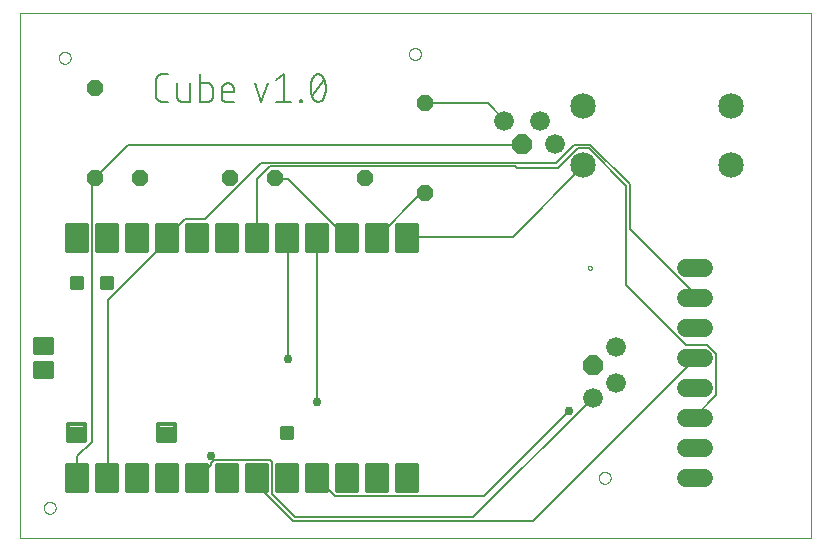
<source format=gtl>
G75*
%MOIN*%
%OFA0B0*%
%FSLAX25Y25*%
%IPPOS*%
%LPD*%
%AMOC8*
5,1,8,0,0,1.08239X$1,22.5*
%
%ADD10C,0.00000*%
%ADD11C,0.00800*%
%ADD12C,0.06600*%
%ADD13OC8,0.06600*%
%ADD14C,0.06000*%
%ADD15OC8,0.05200*%
%ADD16C,0.08500*%
%ADD17C,0.01600*%
%ADD18C,0.00900*%
%ADD19C,0.01400*%
%ADD20C,0.01200*%
%ADD21C,0.00600*%
%ADD22C,0.02978*%
D10*
X0007100Y0001000D02*
X0007100Y0175961D01*
X0270801Y0175961D01*
X0270801Y0001000D01*
X0007100Y0001000D01*
X0015131Y0011000D02*
X0015133Y0011088D01*
X0015139Y0011176D01*
X0015149Y0011264D01*
X0015163Y0011352D01*
X0015180Y0011438D01*
X0015202Y0011524D01*
X0015227Y0011608D01*
X0015257Y0011692D01*
X0015289Y0011774D01*
X0015326Y0011854D01*
X0015366Y0011933D01*
X0015410Y0012010D01*
X0015457Y0012085D01*
X0015507Y0012157D01*
X0015561Y0012228D01*
X0015617Y0012295D01*
X0015677Y0012361D01*
X0015739Y0012423D01*
X0015805Y0012483D01*
X0015872Y0012539D01*
X0015943Y0012593D01*
X0016015Y0012643D01*
X0016090Y0012690D01*
X0016167Y0012734D01*
X0016246Y0012774D01*
X0016326Y0012811D01*
X0016408Y0012843D01*
X0016492Y0012873D01*
X0016576Y0012898D01*
X0016662Y0012920D01*
X0016748Y0012937D01*
X0016836Y0012951D01*
X0016924Y0012961D01*
X0017012Y0012967D01*
X0017100Y0012969D01*
X0017188Y0012967D01*
X0017276Y0012961D01*
X0017364Y0012951D01*
X0017452Y0012937D01*
X0017538Y0012920D01*
X0017624Y0012898D01*
X0017708Y0012873D01*
X0017792Y0012843D01*
X0017874Y0012811D01*
X0017954Y0012774D01*
X0018033Y0012734D01*
X0018110Y0012690D01*
X0018185Y0012643D01*
X0018257Y0012593D01*
X0018328Y0012539D01*
X0018395Y0012483D01*
X0018461Y0012423D01*
X0018523Y0012361D01*
X0018583Y0012295D01*
X0018639Y0012228D01*
X0018693Y0012157D01*
X0018743Y0012085D01*
X0018790Y0012010D01*
X0018834Y0011933D01*
X0018874Y0011854D01*
X0018911Y0011774D01*
X0018943Y0011692D01*
X0018973Y0011608D01*
X0018998Y0011524D01*
X0019020Y0011438D01*
X0019037Y0011352D01*
X0019051Y0011264D01*
X0019061Y0011176D01*
X0019067Y0011088D01*
X0019069Y0011000D01*
X0019067Y0010912D01*
X0019061Y0010824D01*
X0019051Y0010736D01*
X0019037Y0010648D01*
X0019020Y0010562D01*
X0018998Y0010476D01*
X0018973Y0010392D01*
X0018943Y0010308D01*
X0018911Y0010226D01*
X0018874Y0010146D01*
X0018834Y0010067D01*
X0018790Y0009990D01*
X0018743Y0009915D01*
X0018693Y0009843D01*
X0018639Y0009772D01*
X0018583Y0009705D01*
X0018523Y0009639D01*
X0018461Y0009577D01*
X0018395Y0009517D01*
X0018328Y0009461D01*
X0018257Y0009407D01*
X0018185Y0009357D01*
X0018110Y0009310D01*
X0018033Y0009266D01*
X0017954Y0009226D01*
X0017874Y0009189D01*
X0017792Y0009157D01*
X0017708Y0009127D01*
X0017624Y0009102D01*
X0017538Y0009080D01*
X0017452Y0009063D01*
X0017364Y0009049D01*
X0017276Y0009039D01*
X0017188Y0009033D01*
X0017100Y0009031D01*
X0017012Y0009033D01*
X0016924Y0009039D01*
X0016836Y0009049D01*
X0016748Y0009063D01*
X0016662Y0009080D01*
X0016576Y0009102D01*
X0016492Y0009127D01*
X0016408Y0009157D01*
X0016326Y0009189D01*
X0016246Y0009226D01*
X0016167Y0009266D01*
X0016090Y0009310D01*
X0016015Y0009357D01*
X0015943Y0009407D01*
X0015872Y0009461D01*
X0015805Y0009517D01*
X0015739Y0009577D01*
X0015677Y0009639D01*
X0015617Y0009705D01*
X0015561Y0009772D01*
X0015507Y0009843D01*
X0015457Y0009915D01*
X0015410Y0009990D01*
X0015366Y0010067D01*
X0015326Y0010146D01*
X0015289Y0010226D01*
X0015257Y0010308D01*
X0015227Y0010392D01*
X0015202Y0010476D01*
X0015180Y0010562D01*
X0015163Y0010648D01*
X0015149Y0010736D01*
X0015139Y0010824D01*
X0015133Y0010912D01*
X0015131Y0011000D01*
X0196411Y0091000D02*
X0196413Y0091052D01*
X0196419Y0091104D01*
X0196429Y0091155D01*
X0196442Y0091205D01*
X0196460Y0091255D01*
X0196481Y0091302D01*
X0196505Y0091348D01*
X0196534Y0091392D01*
X0196565Y0091434D01*
X0196599Y0091473D01*
X0196636Y0091510D01*
X0196676Y0091543D01*
X0196719Y0091574D01*
X0196763Y0091601D01*
X0196809Y0091625D01*
X0196858Y0091645D01*
X0196907Y0091661D01*
X0196958Y0091674D01*
X0197009Y0091683D01*
X0197061Y0091688D01*
X0197113Y0091689D01*
X0197165Y0091686D01*
X0197217Y0091679D01*
X0197268Y0091668D01*
X0197318Y0091654D01*
X0197367Y0091635D01*
X0197414Y0091613D01*
X0197459Y0091588D01*
X0197503Y0091559D01*
X0197544Y0091527D01*
X0197583Y0091492D01*
X0197618Y0091454D01*
X0197651Y0091413D01*
X0197681Y0091371D01*
X0197707Y0091326D01*
X0197730Y0091279D01*
X0197749Y0091230D01*
X0197765Y0091180D01*
X0197777Y0091130D01*
X0197785Y0091078D01*
X0197789Y0091026D01*
X0197789Y0090974D01*
X0197785Y0090922D01*
X0197777Y0090870D01*
X0197765Y0090820D01*
X0197749Y0090770D01*
X0197730Y0090721D01*
X0197707Y0090674D01*
X0197681Y0090629D01*
X0197651Y0090587D01*
X0197618Y0090546D01*
X0197583Y0090508D01*
X0197544Y0090473D01*
X0197503Y0090441D01*
X0197459Y0090412D01*
X0197414Y0090387D01*
X0197367Y0090365D01*
X0197318Y0090346D01*
X0197268Y0090332D01*
X0197217Y0090321D01*
X0197165Y0090314D01*
X0197113Y0090311D01*
X0197061Y0090312D01*
X0197009Y0090317D01*
X0196958Y0090326D01*
X0196907Y0090339D01*
X0196858Y0090355D01*
X0196809Y0090375D01*
X0196763Y0090399D01*
X0196719Y0090426D01*
X0196676Y0090457D01*
X0196636Y0090490D01*
X0196599Y0090527D01*
X0196565Y0090566D01*
X0196534Y0090608D01*
X0196505Y0090652D01*
X0196481Y0090698D01*
X0196460Y0090745D01*
X0196442Y0090795D01*
X0196429Y0090845D01*
X0196419Y0090896D01*
X0196413Y0090948D01*
X0196411Y0091000D01*
X0200131Y0021000D02*
X0200133Y0021088D01*
X0200139Y0021176D01*
X0200149Y0021264D01*
X0200163Y0021352D01*
X0200180Y0021438D01*
X0200202Y0021524D01*
X0200227Y0021608D01*
X0200257Y0021692D01*
X0200289Y0021774D01*
X0200326Y0021854D01*
X0200366Y0021933D01*
X0200410Y0022010D01*
X0200457Y0022085D01*
X0200507Y0022157D01*
X0200561Y0022228D01*
X0200617Y0022295D01*
X0200677Y0022361D01*
X0200739Y0022423D01*
X0200805Y0022483D01*
X0200872Y0022539D01*
X0200943Y0022593D01*
X0201015Y0022643D01*
X0201090Y0022690D01*
X0201167Y0022734D01*
X0201246Y0022774D01*
X0201326Y0022811D01*
X0201408Y0022843D01*
X0201492Y0022873D01*
X0201576Y0022898D01*
X0201662Y0022920D01*
X0201748Y0022937D01*
X0201836Y0022951D01*
X0201924Y0022961D01*
X0202012Y0022967D01*
X0202100Y0022969D01*
X0202188Y0022967D01*
X0202276Y0022961D01*
X0202364Y0022951D01*
X0202452Y0022937D01*
X0202538Y0022920D01*
X0202624Y0022898D01*
X0202708Y0022873D01*
X0202792Y0022843D01*
X0202874Y0022811D01*
X0202954Y0022774D01*
X0203033Y0022734D01*
X0203110Y0022690D01*
X0203185Y0022643D01*
X0203257Y0022593D01*
X0203328Y0022539D01*
X0203395Y0022483D01*
X0203461Y0022423D01*
X0203523Y0022361D01*
X0203583Y0022295D01*
X0203639Y0022228D01*
X0203693Y0022157D01*
X0203743Y0022085D01*
X0203790Y0022010D01*
X0203834Y0021933D01*
X0203874Y0021854D01*
X0203911Y0021774D01*
X0203943Y0021692D01*
X0203973Y0021608D01*
X0203998Y0021524D01*
X0204020Y0021438D01*
X0204037Y0021352D01*
X0204051Y0021264D01*
X0204061Y0021176D01*
X0204067Y0021088D01*
X0204069Y0021000D01*
X0204067Y0020912D01*
X0204061Y0020824D01*
X0204051Y0020736D01*
X0204037Y0020648D01*
X0204020Y0020562D01*
X0203998Y0020476D01*
X0203973Y0020392D01*
X0203943Y0020308D01*
X0203911Y0020226D01*
X0203874Y0020146D01*
X0203834Y0020067D01*
X0203790Y0019990D01*
X0203743Y0019915D01*
X0203693Y0019843D01*
X0203639Y0019772D01*
X0203583Y0019705D01*
X0203523Y0019639D01*
X0203461Y0019577D01*
X0203395Y0019517D01*
X0203328Y0019461D01*
X0203257Y0019407D01*
X0203185Y0019357D01*
X0203110Y0019310D01*
X0203033Y0019266D01*
X0202954Y0019226D01*
X0202874Y0019189D01*
X0202792Y0019157D01*
X0202708Y0019127D01*
X0202624Y0019102D01*
X0202538Y0019080D01*
X0202452Y0019063D01*
X0202364Y0019049D01*
X0202276Y0019039D01*
X0202188Y0019033D01*
X0202100Y0019031D01*
X0202012Y0019033D01*
X0201924Y0019039D01*
X0201836Y0019049D01*
X0201748Y0019063D01*
X0201662Y0019080D01*
X0201576Y0019102D01*
X0201492Y0019127D01*
X0201408Y0019157D01*
X0201326Y0019189D01*
X0201246Y0019226D01*
X0201167Y0019266D01*
X0201090Y0019310D01*
X0201015Y0019357D01*
X0200943Y0019407D01*
X0200872Y0019461D01*
X0200805Y0019517D01*
X0200739Y0019577D01*
X0200677Y0019639D01*
X0200617Y0019705D01*
X0200561Y0019772D01*
X0200507Y0019843D01*
X0200457Y0019915D01*
X0200410Y0019990D01*
X0200366Y0020067D01*
X0200326Y0020146D01*
X0200289Y0020226D01*
X0200257Y0020308D01*
X0200227Y0020392D01*
X0200202Y0020476D01*
X0200180Y0020562D01*
X0200163Y0020648D01*
X0200149Y0020736D01*
X0200139Y0020824D01*
X0200133Y0020912D01*
X0200131Y0021000D01*
X0020131Y0161000D02*
X0020133Y0161088D01*
X0020139Y0161176D01*
X0020149Y0161264D01*
X0020163Y0161352D01*
X0020180Y0161438D01*
X0020202Y0161524D01*
X0020227Y0161608D01*
X0020257Y0161692D01*
X0020289Y0161774D01*
X0020326Y0161854D01*
X0020366Y0161933D01*
X0020410Y0162010D01*
X0020457Y0162085D01*
X0020507Y0162157D01*
X0020561Y0162228D01*
X0020617Y0162295D01*
X0020677Y0162361D01*
X0020739Y0162423D01*
X0020805Y0162483D01*
X0020872Y0162539D01*
X0020943Y0162593D01*
X0021015Y0162643D01*
X0021090Y0162690D01*
X0021167Y0162734D01*
X0021246Y0162774D01*
X0021326Y0162811D01*
X0021408Y0162843D01*
X0021492Y0162873D01*
X0021576Y0162898D01*
X0021662Y0162920D01*
X0021748Y0162937D01*
X0021836Y0162951D01*
X0021924Y0162961D01*
X0022012Y0162967D01*
X0022100Y0162969D01*
X0022188Y0162967D01*
X0022276Y0162961D01*
X0022364Y0162951D01*
X0022452Y0162937D01*
X0022538Y0162920D01*
X0022624Y0162898D01*
X0022708Y0162873D01*
X0022792Y0162843D01*
X0022874Y0162811D01*
X0022954Y0162774D01*
X0023033Y0162734D01*
X0023110Y0162690D01*
X0023185Y0162643D01*
X0023257Y0162593D01*
X0023328Y0162539D01*
X0023395Y0162483D01*
X0023461Y0162423D01*
X0023523Y0162361D01*
X0023583Y0162295D01*
X0023639Y0162228D01*
X0023693Y0162157D01*
X0023743Y0162085D01*
X0023790Y0162010D01*
X0023834Y0161933D01*
X0023874Y0161854D01*
X0023911Y0161774D01*
X0023943Y0161692D01*
X0023973Y0161608D01*
X0023998Y0161524D01*
X0024020Y0161438D01*
X0024037Y0161352D01*
X0024051Y0161264D01*
X0024061Y0161176D01*
X0024067Y0161088D01*
X0024069Y0161000D01*
X0024067Y0160912D01*
X0024061Y0160824D01*
X0024051Y0160736D01*
X0024037Y0160648D01*
X0024020Y0160562D01*
X0023998Y0160476D01*
X0023973Y0160392D01*
X0023943Y0160308D01*
X0023911Y0160226D01*
X0023874Y0160146D01*
X0023834Y0160067D01*
X0023790Y0159990D01*
X0023743Y0159915D01*
X0023693Y0159843D01*
X0023639Y0159772D01*
X0023583Y0159705D01*
X0023523Y0159639D01*
X0023461Y0159577D01*
X0023395Y0159517D01*
X0023328Y0159461D01*
X0023257Y0159407D01*
X0023185Y0159357D01*
X0023110Y0159310D01*
X0023033Y0159266D01*
X0022954Y0159226D01*
X0022874Y0159189D01*
X0022792Y0159157D01*
X0022708Y0159127D01*
X0022624Y0159102D01*
X0022538Y0159080D01*
X0022452Y0159063D01*
X0022364Y0159049D01*
X0022276Y0159039D01*
X0022188Y0159033D01*
X0022100Y0159031D01*
X0022012Y0159033D01*
X0021924Y0159039D01*
X0021836Y0159049D01*
X0021748Y0159063D01*
X0021662Y0159080D01*
X0021576Y0159102D01*
X0021492Y0159127D01*
X0021408Y0159157D01*
X0021326Y0159189D01*
X0021246Y0159226D01*
X0021167Y0159266D01*
X0021090Y0159310D01*
X0021015Y0159357D01*
X0020943Y0159407D01*
X0020872Y0159461D01*
X0020805Y0159517D01*
X0020739Y0159577D01*
X0020677Y0159639D01*
X0020617Y0159705D01*
X0020561Y0159772D01*
X0020507Y0159843D01*
X0020457Y0159915D01*
X0020410Y0159990D01*
X0020366Y0160067D01*
X0020326Y0160146D01*
X0020289Y0160226D01*
X0020257Y0160308D01*
X0020227Y0160392D01*
X0020202Y0160476D01*
X0020180Y0160562D01*
X0020163Y0160648D01*
X0020149Y0160736D01*
X0020139Y0160824D01*
X0020133Y0160912D01*
X0020131Y0161000D01*
X0136831Y0162300D02*
X0136833Y0162388D01*
X0136839Y0162476D01*
X0136849Y0162564D01*
X0136863Y0162652D01*
X0136880Y0162738D01*
X0136902Y0162824D01*
X0136927Y0162908D01*
X0136957Y0162992D01*
X0136989Y0163074D01*
X0137026Y0163154D01*
X0137066Y0163233D01*
X0137110Y0163310D01*
X0137157Y0163385D01*
X0137207Y0163457D01*
X0137261Y0163528D01*
X0137317Y0163595D01*
X0137377Y0163661D01*
X0137439Y0163723D01*
X0137505Y0163783D01*
X0137572Y0163839D01*
X0137643Y0163893D01*
X0137715Y0163943D01*
X0137790Y0163990D01*
X0137867Y0164034D01*
X0137946Y0164074D01*
X0138026Y0164111D01*
X0138108Y0164143D01*
X0138192Y0164173D01*
X0138276Y0164198D01*
X0138362Y0164220D01*
X0138448Y0164237D01*
X0138536Y0164251D01*
X0138624Y0164261D01*
X0138712Y0164267D01*
X0138800Y0164269D01*
X0138888Y0164267D01*
X0138976Y0164261D01*
X0139064Y0164251D01*
X0139152Y0164237D01*
X0139238Y0164220D01*
X0139324Y0164198D01*
X0139408Y0164173D01*
X0139492Y0164143D01*
X0139574Y0164111D01*
X0139654Y0164074D01*
X0139733Y0164034D01*
X0139810Y0163990D01*
X0139885Y0163943D01*
X0139957Y0163893D01*
X0140028Y0163839D01*
X0140095Y0163783D01*
X0140161Y0163723D01*
X0140223Y0163661D01*
X0140283Y0163595D01*
X0140339Y0163528D01*
X0140393Y0163457D01*
X0140443Y0163385D01*
X0140490Y0163310D01*
X0140534Y0163233D01*
X0140574Y0163154D01*
X0140611Y0163074D01*
X0140643Y0162992D01*
X0140673Y0162908D01*
X0140698Y0162824D01*
X0140720Y0162738D01*
X0140737Y0162652D01*
X0140751Y0162564D01*
X0140761Y0162476D01*
X0140767Y0162388D01*
X0140769Y0162300D01*
X0140767Y0162212D01*
X0140761Y0162124D01*
X0140751Y0162036D01*
X0140737Y0161948D01*
X0140720Y0161862D01*
X0140698Y0161776D01*
X0140673Y0161692D01*
X0140643Y0161608D01*
X0140611Y0161526D01*
X0140574Y0161446D01*
X0140534Y0161367D01*
X0140490Y0161290D01*
X0140443Y0161215D01*
X0140393Y0161143D01*
X0140339Y0161072D01*
X0140283Y0161005D01*
X0140223Y0160939D01*
X0140161Y0160877D01*
X0140095Y0160817D01*
X0140028Y0160761D01*
X0139957Y0160707D01*
X0139885Y0160657D01*
X0139810Y0160610D01*
X0139733Y0160566D01*
X0139654Y0160526D01*
X0139574Y0160489D01*
X0139492Y0160457D01*
X0139408Y0160427D01*
X0139324Y0160402D01*
X0139238Y0160380D01*
X0139152Y0160363D01*
X0139064Y0160349D01*
X0138976Y0160339D01*
X0138888Y0160333D01*
X0138800Y0160331D01*
X0138712Y0160333D01*
X0138624Y0160339D01*
X0138536Y0160349D01*
X0138448Y0160363D01*
X0138362Y0160380D01*
X0138276Y0160402D01*
X0138192Y0160427D01*
X0138108Y0160457D01*
X0138026Y0160489D01*
X0137946Y0160526D01*
X0137867Y0160566D01*
X0137790Y0160610D01*
X0137715Y0160657D01*
X0137643Y0160707D01*
X0137572Y0160761D01*
X0137505Y0160817D01*
X0137439Y0160877D01*
X0137377Y0160939D01*
X0137317Y0161005D01*
X0137261Y0161072D01*
X0137207Y0161143D01*
X0137157Y0161215D01*
X0137110Y0161290D01*
X0137066Y0161367D01*
X0137026Y0161446D01*
X0136989Y0161526D01*
X0136957Y0161608D01*
X0136927Y0161692D01*
X0136902Y0161776D01*
X0136880Y0161862D01*
X0136863Y0161948D01*
X0136849Y0162036D01*
X0136839Y0162124D01*
X0136833Y0162212D01*
X0136831Y0162300D01*
D11*
X0104021Y0151000D02*
X0104023Y0150819D01*
X0104030Y0150638D01*
X0104040Y0150457D01*
X0104056Y0150277D01*
X0104075Y0150097D01*
X0104099Y0149918D01*
X0104127Y0149739D01*
X0104159Y0149561D01*
X0104195Y0149383D01*
X0104236Y0149207D01*
X0104281Y0149032D01*
X0104330Y0148858D01*
X0104383Y0148685D01*
X0104441Y0148513D01*
X0104502Y0148343D01*
X0104567Y0148174D01*
X0104637Y0148007D01*
X0104710Y0147841D01*
X0104788Y0147678D01*
X0104532Y0148444D02*
X0108621Y0153556D01*
X0106577Y0155600D02*
X0106493Y0155598D01*
X0106410Y0155593D01*
X0106326Y0155583D01*
X0106244Y0155570D01*
X0106162Y0155554D01*
X0106080Y0155534D01*
X0106000Y0155510D01*
X0105921Y0155482D01*
X0105843Y0155452D01*
X0105766Y0155417D01*
X0105691Y0155380D01*
X0105618Y0155339D01*
X0105547Y0155295D01*
X0105478Y0155248D01*
X0105411Y0155198D01*
X0105346Y0155144D01*
X0105284Y0155089D01*
X0105224Y0155030D01*
X0105167Y0154969D01*
X0105112Y0154905D01*
X0105061Y0154839D01*
X0105012Y0154771D01*
X0104967Y0154700D01*
X0104924Y0154628D01*
X0104885Y0154554D01*
X0104850Y0154478D01*
X0104817Y0154401D01*
X0104788Y0154322D01*
X0106577Y0155600D02*
X0106661Y0155598D01*
X0106744Y0155593D01*
X0106828Y0155583D01*
X0106910Y0155570D01*
X0106992Y0155554D01*
X0107074Y0155534D01*
X0107154Y0155510D01*
X0107233Y0155482D01*
X0107311Y0155452D01*
X0107388Y0155417D01*
X0107463Y0155380D01*
X0107536Y0155339D01*
X0107607Y0155295D01*
X0107676Y0155248D01*
X0107743Y0155198D01*
X0107808Y0155144D01*
X0107870Y0155089D01*
X0107930Y0155030D01*
X0107987Y0154969D01*
X0108042Y0154905D01*
X0108093Y0154839D01*
X0108142Y0154771D01*
X0108187Y0154700D01*
X0108230Y0154628D01*
X0108269Y0154554D01*
X0108304Y0154478D01*
X0108337Y0154401D01*
X0108366Y0154322D01*
X0104788Y0154322D02*
X0104710Y0154159D01*
X0104637Y0153993D01*
X0104567Y0153826D01*
X0104502Y0153657D01*
X0104441Y0153487D01*
X0104383Y0153316D01*
X0104330Y0153143D01*
X0104281Y0152968D01*
X0104236Y0152793D01*
X0104195Y0152617D01*
X0104159Y0152439D01*
X0104127Y0152261D01*
X0104099Y0152082D01*
X0104075Y0151903D01*
X0104056Y0151723D01*
X0104040Y0151543D01*
X0104030Y0151362D01*
X0104023Y0151181D01*
X0104021Y0151000D01*
X0109132Y0151000D02*
X0109130Y0151181D01*
X0109123Y0151362D01*
X0109113Y0151542D01*
X0109097Y0151723D01*
X0109078Y0151903D01*
X0109054Y0152082D01*
X0109026Y0152261D01*
X0108994Y0152439D01*
X0108958Y0152616D01*
X0108917Y0152793D01*
X0108872Y0152968D01*
X0108823Y0153142D01*
X0108770Y0153315D01*
X0108712Y0153487D01*
X0108651Y0153657D01*
X0108586Y0153826D01*
X0108516Y0153993D01*
X0108443Y0154158D01*
X0108365Y0154322D01*
X0109133Y0151000D02*
X0109131Y0150819D01*
X0109124Y0150638D01*
X0109114Y0150457D01*
X0109098Y0150277D01*
X0109079Y0150097D01*
X0109055Y0149918D01*
X0109027Y0149739D01*
X0108995Y0149561D01*
X0108959Y0149383D01*
X0108918Y0149207D01*
X0108873Y0149032D01*
X0108824Y0148857D01*
X0108771Y0148684D01*
X0108713Y0148513D01*
X0108652Y0148343D01*
X0108587Y0148174D01*
X0108517Y0148007D01*
X0108444Y0147841D01*
X0108366Y0147678D01*
X0108337Y0147599D01*
X0108304Y0147522D01*
X0108269Y0147446D01*
X0108230Y0147372D01*
X0108187Y0147300D01*
X0108142Y0147229D01*
X0108093Y0147161D01*
X0108042Y0147095D01*
X0107987Y0147031D01*
X0107930Y0146970D01*
X0107870Y0146911D01*
X0107808Y0146856D01*
X0107743Y0146802D01*
X0107676Y0146752D01*
X0107607Y0146705D01*
X0107536Y0146661D01*
X0107463Y0146620D01*
X0107388Y0146583D01*
X0107311Y0146548D01*
X0107233Y0146518D01*
X0107154Y0146490D01*
X0107074Y0146466D01*
X0106992Y0146446D01*
X0106910Y0146430D01*
X0106828Y0146417D01*
X0106744Y0146407D01*
X0106661Y0146402D01*
X0106577Y0146400D01*
X0106493Y0146402D01*
X0106410Y0146407D01*
X0106326Y0146417D01*
X0106244Y0146430D01*
X0106162Y0146446D01*
X0106080Y0146466D01*
X0106000Y0146490D01*
X0105921Y0146518D01*
X0105843Y0146548D01*
X0105766Y0146583D01*
X0105691Y0146620D01*
X0105618Y0146661D01*
X0105547Y0146705D01*
X0105478Y0146752D01*
X0105411Y0146802D01*
X0105346Y0146856D01*
X0105284Y0146911D01*
X0105224Y0146970D01*
X0105167Y0147031D01*
X0105112Y0147095D01*
X0105061Y0147161D01*
X0105012Y0147229D01*
X0104967Y0147300D01*
X0104924Y0147372D01*
X0104885Y0147446D01*
X0104850Y0147522D01*
X0104817Y0147599D01*
X0104788Y0147678D01*
X0101078Y0146911D02*
X0101078Y0146400D01*
X0100567Y0146400D01*
X0100567Y0146911D01*
X0101078Y0146911D01*
X0097624Y0146400D02*
X0092513Y0146400D01*
X0095069Y0146400D02*
X0095069Y0155600D01*
X0092513Y0153556D01*
X0089715Y0152533D02*
X0087671Y0146400D01*
X0085626Y0152533D01*
X0078481Y0150489D02*
X0078481Y0149467D01*
X0074392Y0149467D01*
X0074392Y0150489D02*
X0074392Y0147933D01*
X0074393Y0147933D02*
X0074395Y0147858D01*
X0074400Y0147783D01*
X0074410Y0147708D01*
X0074422Y0147634D01*
X0074439Y0147561D01*
X0074459Y0147488D01*
X0074483Y0147417D01*
X0074510Y0147346D01*
X0074540Y0147278D01*
X0074574Y0147210D01*
X0074611Y0147145D01*
X0074651Y0147081D01*
X0074695Y0147020D01*
X0074741Y0146960D01*
X0074790Y0146904D01*
X0074842Y0146849D01*
X0074897Y0146797D01*
X0074953Y0146748D01*
X0075013Y0146702D01*
X0075074Y0146658D01*
X0075138Y0146618D01*
X0075203Y0146581D01*
X0075271Y0146547D01*
X0075339Y0146517D01*
X0075410Y0146490D01*
X0075481Y0146466D01*
X0075554Y0146446D01*
X0075627Y0146429D01*
X0075701Y0146417D01*
X0075776Y0146407D01*
X0075851Y0146402D01*
X0075926Y0146400D01*
X0078481Y0146400D01*
X0078481Y0150489D02*
X0078479Y0150578D01*
X0078473Y0150667D01*
X0078464Y0150756D01*
X0078450Y0150844D01*
X0078433Y0150931D01*
X0078411Y0151018D01*
X0078386Y0151104D01*
X0078358Y0151188D01*
X0078325Y0151271D01*
X0078289Y0151353D01*
X0078250Y0151433D01*
X0078207Y0151511D01*
X0078161Y0151587D01*
X0078111Y0151661D01*
X0078059Y0151733D01*
X0078003Y0151803D01*
X0077944Y0151870D01*
X0077882Y0151934D01*
X0077818Y0151996D01*
X0077751Y0152055D01*
X0077681Y0152111D01*
X0077609Y0152163D01*
X0077535Y0152213D01*
X0077459Y0152259D01*
X0077381Y0152302D01*
X0077301Y0152341D01*
X0077219Y0152377D01*
X0077136Y0152410D01*
X0077052Y0152438D01*
X0076966Y0152463D01*
X0076879Y0152485D01*
X0076792Y0152502D01*
X0076704Y0152516D01*
X0076615Y0152525D01*
X0076526Y0152531D01*
X0076437Y0152533D01*
X0076348Y0152531D01*
X0076259Y0152525D01*
X0076170Y0152516D01*
X0076082Y0152502D01*
X0075995Y0152485D01*
X0075908Y0152463D01*
X0075822Y0152438D01*
X0075738Y0152410D01*
X0075655Y0152377D01*
X0075573Y0152341D01*
X0075493Y0152302D01*
X0075415Y0152259D01*
X0075339Y0152213D01*
X0075265Y0152163D01*
X0075193Y0152111D01*
X0075123Y0152055D01*
X0075056Y0151996D01*
X0074992Y0151934D01*
X0074930Y0151870D01*
X0074871Y0151803D01*
X0074815Y0151733D01*
X0074763Y0151661D01*
X0074713Y0151587D01*
X0074667Y0151511D01*
X0074624Y0151433D01*
X0074585Y0151353D01*
X0074549Y0151271D01*
X0074516Y0151188D01*
X0074488Y0151104D01*
X0074463Y0151018D01*
X0074441Y0150931D01*
X0074424Y0150844D01*
X0074410Y0150756D01*
X0074401Y0150667D01*
X0074395Y0150578D01*
X0074393Y0150489D01*
X0071377Y0151000D02*
X0071377Y0147933D01*
X0071375Y0147858D01*
X0071370Y0147783D01*
X0071360Y0147708D01*
X0071348Y0147634D01*
X0071331Y0147561D01*
X0071311Y0147488D01*
X0071287Y0147417D01*
X0071260Y0147346D01*
X0071230Y0147278D01*
X0071196Y0147210D01*
X0071159Y0147145D01*
X0071119Y0147081D01*
X0071075Y0147020D01*
X0071029Y0146960D01*
X0070980Y0146904D01*
X0070928Y0146849D01*
X0070874Y0146797D01*
X0070817Y0146748D01*
X0070757Y0146702D01*
X0070696Y0146658D01*
X0070632Y0146618D01*
X0070567Y0146581D01*
X0070499Y0146547D01*
X0070431Y0146517D01*
X0070360Y0146490D01*
X0070289Y0146466D01*
X0070216Y0146446D01*
X0070143Y0146429D01*
X0070069Y0146417D01*
X0069994Y0146407D01*
X0069919Y0146402D01*
X0069844Y0146400D01*
X0067288Y0146400D01*
X0067288Y0155600D01*
X0067288Y0152533D02*
X0069844Y0152533D01*
X0069919Y0152531D01*
X0069994Y0152526D01*
X0070069Y0152516D01*
X0070143Y0152504D01*
X0070216Y0152487D01*
X0070289Y0152467D01*
X0070360Y0152443D01*
X0070431Y0152416D01*
X0070499Y0152386D01*
X0070567Y0152352D01*
X0070632Y0152315D01*
X0070696Y0152275D01*
X0070757Y0152231D01*
X0070817Y0152185D01*
X0070873Y0152136D01*
X0070928Y0152084D01*
X0070980Y0152029D01*
X0071029Y0151973D01*
X0071075Y0151913D01*
X0071119Y0151852D01*
X0071159Y0151788D01*
X0071196Y0151723D01*
X0071230Y0151655D01*
X0071260Y0151587D01*
X0071287Y0151516D01*
X0071311Y0151445D01*
X0071331Y0151372D01*
X0071348Y0151299D01*
X0071360Y0151225D01*
X0071370Y0151150D01*
X0071375Y0151075D01*
X0071377Y0151000D01*
X0063685Y0152533D02*
X0063685Y0146400D01*
X0061130Y0146400D01*
X0061055Y0146402D01*
X0060980Y0146407D01*
X0060905Y0146417D01*
X0060831Y0146429D01*
X0060758Y0146446D01*
X0060685Y0146466D01*
X0060614Y0146490D01*
X0060543Y0146517D01*
X0060475Y0146547D01*
X0060407Y0146581D01*
X0060342Y0146618D01*
X0060278Y0146658D01*
X0060217Y0146702D01*
X0060157Y0146748D01*
X0060101Y0146797D01*
X0060046Y0146849D01*
X0059994Y0146904D01*
X0059945Y0146960D01*
X0059899Y0147020D01*
X0059855Y0147081D01*
X0059815Y0147145D01*
X0059778Y0147210D01*
X0059744Y0147278D01*
X0059714Y0147346D01*
X0059687Y0147417D01*
X0059663Y0147488D01*
X0059643Y0147561D01*
X0059626Y0147634D01*
X0059614Y0147708D01*
X0059604Y0147783D01*
X0059599Y0147858D01*
X0059597Y0147933D01*
X0059596Y0147933D02*
X0059596Y0152533D01*
X0056589Y0155600D02*
X0054544Y0155600D01*
X0054455Y0155598D01*
X0054366Y0155592D01*
X0054277Y0155583D01*
X0054189Y0155569D01*
X0054102Y0155552D01*
X0054015Y0155530D01*
X0053929Y0155505D01*
X0053845Y0155477D01*
X0053762Y0155444D01*
X0053680Y0155408D01*
X0053600Y0155369D01*
X0053522Y0155326D01*
X0053446Y0155280D01*
X0053372Y0155230D01*
X0053300Y0155178D01*
X0053230Y0155122D01*
X0053163Y0155063D01*
X0053099Y0155001D01*
X0053037Y0154937D01*
X0052978Y0154870D01*
X0052922Y0154800D01*
X0052870Y0154728D01*
X0052820Y0154654D01*
X0052774Y0154578D01*
X0052731Y0154500D01*
X0052692Y0154420D01*
X0052656Y0154338D01*
X0052623Y0154255D01*
X0052595Y0154171D01*
X0052570Y0154085D01*
X0052548Y0153998D01*
X0052531Y0153911D01*
X0052517Y0153823D01*
X0052508Y0153734D01*
X0052502Y0153645D01*
X0052500Y0153556D01*
X0052500Y0148444D01*
X0052502Y0148355D01*
X0052508Y0148266D01*
X0052517Y0148177D01*
X0052531Y0148089D01*
X0052548Y0148002D01*
X0052570Y0147915D01*
X0052595Y0147829D01*
X0052623Y0147745D01*
X0052656Y0147662D01*
X0052692Y0147580D01*
X0052731Y0147500D01*
X0052774Y0147422D01*
X0052820Y0147346D01*
X0052870Y0147272D01*
X0052922Y0147200D01*
X0052978Y0147130D01*
X0053037Y0147063D01*
X0053099Y0146999D01*
X0053163Y0146937D01*
X0053230Y0146878D01*
X0053300Y0146822D01*
X0053372Y0146770D01*
X0053446Y0146720D01*
X0053522Y0146674D01*
X0053600Y0146631D01*
X0053680Y0146592D01*
X0053762Y0146556D01*
X0053845Y0146523D01*
X0053929Y0146495D01*
X0054015Y0146470D01*
X0054102Y0146448D01*
X0054189Y0146431D01*
X0054277Y0146417D01*
X0054366Y0146408D01*
X0054455Y0146402D01*
X0054544Y0146400D01*
X0056589Y0146400D01*
D12*
X0168600Y0139813D03*
X0180600Y0139813D03*
X0185600Y0132187D03*
X0205913Y0064500D03*
X0205913Y0052500D03*
X0198287Y0047500D03*
D13*
X0198287Y0058500D03*
X0174600Y0132187D03*
D14*
X0229100Y0091000D02*
X0235100Y0091000D01*
X0235100Y0081000D02*
X0229100Y0081000D01*
X0229100Y0071000D02*
X0235100Y0071000D01*
X0235100Y0061000D02*
X0229100Y0061000D01*
X0229100Y0051000D02*
X0235100Y0051000D01*
X0235100Y0041000D02*
X0229100Y0041000D01*
X0229100Y0031000D02*
X0235100Y0031000D01*
X0235100Y0021000D02*
X0229100Y0021000D01*
D15*
X0142100Y0116000D03*
X0122100Y0121000D03*
X0092100Y0121000D03*
X0077100Y0121000D03*
X0047100Y0121000D03*
X0032100Y0121000D03*
X0032100Y0151000D03*
X0142100Y0146000D03*
D16*
X0194994Y0144843D03*
X0194994Y0125157D03*
X0244206Y0125157D03*
X0244206Y0144843D03*
D17*
X0139300Y0105200D02*
X0139300Y0096800D01*
X0132900Y0096800D01*
X0132900Y0105200D01*
X0139300Y0105200D01*
X0139300Y0098399D02*
X0132900Y0098399D01*
X0132900Y0099998D02*
X0139300Y0099998D01*
X0139300Y0101597D02*
X0132900Y0101597D01*
X0132900Y0103196D02*
X0139300Y0103196D01*
X0139300Y0104795D02*
X0132900Y0104795D01*
X0129300Y0105200D02*
X0129300Y0096800D01*
X0122900Y0096800D01*
X0122900Y0105200D01*
X0129300Y0105200D01*
X0129300Y0098399D02*
X0122900Y0098399D01*
X0122900Y0099998D02*
X0129300Y0099998D01*
X0129300Y0101597D02*
X0122900Y0101597D01*
X0122900Y0103196D02*
X0129300Y0103196D01*
X0129300Y0104795D02*
X0122900Y0104795D01*
X0119300Y0105200D02*
X0119300Y0096800D01*
X0112900Y0096800D01*
X0112900Y0105200D01*
X0119300Y0105200D01*
X0119300Y0098399D02*
X0112900Y0098399D01*
X0112900Y0099998D02*
X0119300Y0099998D01*
X0119300Y0101597D02*
X0112900Y0101597D01*
X0112900Y0103196D02*
X0119300Y0103196D01*
X0119300Y0104795D02*
X0112900Y0104795D01*
X0109300Y0105200D02*
X0109300Y0096800D01*
X0102900Y0096800D01*
X0102900Y0105200D01*
X0109300Y0105200D01*
X0109300Y0098399D02*
X0102900Y0098399D01*
X0102900Y0099998D02*
X0109300Y0099998D01*
X0109300Y0101597D02*
X0102900Y0101597D01*
X0102900Y0103196D02*
X0109300Y0103196D01*
X0109300Y0104795D02*
X0102900Y0104795D01*
X0099300Y0105200D02*
X0099300Y0096800D01*
X0092900Y0096800D01*
X0092900Y0105200D01*
X0099300Y0105200D01*
X0099300Y0098399D02*
X0092900Y0098399D01*
X0092900Y0099998D02*
X0099300Y0099998D01*
X0099300Y0101597D02*
X0092900Y0101597D01*
X0092900Y0103196D02*
X0099300Y0103196D01*
X0099300Y0104795D02*
X0092900Y0104795D01*
X0089300Y0105200D02*
X0089300Y0096800D01*
X0082900Y0096800D01*
X0082900Y0105200D01*
X0089300Y0105200D01*
X0089300Y0098399D02*
X0082900Y0098399D01*
X0082900Y0099998D02*
X0089300Y0099998D01*
X0089300Y0101597D02*
X0082900Y0101597D01*
X0082900Y0103196D02*
X0089300Y0103196D01*
X0089300Y0104795D02*
X0082900Y0104795D01*
X0079300Y0105200D02*
X0079300Y0096800D01*
X0072900Y0096800D01*
X0072900Y0105200D01*
X0079300Y0105200D01*
X0079300Y0098399D02*
X0072900Y0098399D01*
X0072900Y0099998D02*
X0079300Y0099998D01*
X0079300Y0101597D02*
X0072900Y0101597D01*
X0072900Y0103196D02*
X0079300Y0103196D01*
X0079300Y0104795D02*
X0072900Y0104795D01*
X0069300Y0105200D02*
X0069300Y0096800D01*
X0062900Y0096800D01*
X0062900Y0105200D01*
X0069300Y0105200D01*
X0069300Y0098399D02*
X0062900Y0098399D01*
X0062900Y0099998D02*
X0069300Y0099998D01*
X0069300Y0101597D02*
X0062900Y0101597D01*
X0062900Y0103196D02*
X0069300Y0103196D01*
X0069300Y0104795D02*
X0062900Y0104795D01*
X0059300Y0105200D02*
X0059300Y0096800D01*
X0052900Y0096800D01*
X0052900Y0105200D01*
X0059300Y0105200D01*
X0059300Y0098399D02*
X0052900Y0098399D01*
X0052900Y0099998D02*
X0059300Y0099998D01*
X0059300Y0101597D02*
X0052900Y0101597D01*
X0052900Y0103196D02*
X0059300Y0103196D01*
X0059300Y0104795D02*
X0052900Y0104795D01*
X0049300Y0105200D02*
X0049300Y0096800D01*
X0042900Y0096800D01*
X0042900Y0105200D01*
X0049300Y0105200D01*
X0049300Y0098399D02*
X0042900Y0098399D01*
X0042900Y0099998D02*
X0049300Y0099998D01*
X0049300Y0101597D02*
X0042900Y0101597D01*
X0042900Y0103196D02*
X0049300Y0103196D01*
X0049300Y0104795D02*
X0042900Y0104795D01*
X0039300Y0105200D02*
X0039300Y0096800D01*
X0032900Y0096800D01*
X0032900Y0105200D01*
X0039300Y0105200D01*
X0039300Y0098399D02*
X0032900Y0098399D01*
X0032900Y0099998D02*
X0039300Y0099998D01*
X0039300Y0101597D02*
X0032900Y0101597D01*
X0032900Y0103196D02*
X0039300Y0103196D01*
X0039300Y0104795D02*
X0032900Y0104795D01*
X0029300Y0105200D02*
X0029300Y0096800D01*
X0022900Y0096800D01*
X0022900Y0105200D01*
X0029300Y0105200D01*
X0029300Y0098399D02*
X0022900Y0098399D01*
X0022900Y0099998D02*
X0029300Y0099998D01*
X0029300Y0101597D02*
X0022900Y0101597D01*
X0022900Y0103196D02*
X0029300Y0103196D01*
X0029300Y0104795D02*
X0022900Y0104795D01*
X0029300Y0025200D02*
X0029300Y0016800D01*
X0022900Y0016800D01*
X0022900Y0025200D01*
X0029300Y0025200D01*
X0029300Y0018399D02*
X0022900Y0018399D01*
X0022900Y0019998D02*
X0029300Y0019998D01*
X0029300Y0021597D02*
X0022900Y0021597D01*
X0022900Y0023196D02*
X0029300Y0023196D01*
X0029300Y0024795D02*
X0022900Y0024795D01*
X0039300Y0025200D02*
X0039300Y0016800D01*
X0032900Y0016800D01*
X0032900Y0025200D01*
X0039300Y0025200D01*
X0039300Y0018399D02*
X0032900Y0018399D01*
X0032900Y0019998D02*
X0039300Y0019998D01*
X0039300Y0021597D02*
X0032900Y0021597D01*
X0032900Y0023196D02*
X0039300Y0023196D01*
X0039300Y0024795D02*
X0032900Y0024795D01*
X0049300Y0025200D02*
X0049300Y0016800D01*
X0042900Y0016800D01*
X0042900Y0025200D01*
X0049300Y0025200D01*
X0049300Y0018399D02*
X0042900Y0018399D01*
X0042900Y0019998D02*
X0049300Y0019998D01*
X0049300Y0021597D02*
X0042900Y0021597D01*
X0042900Y0023196D02*
X0049300Y0023196D01*
X0049300Y0024795D02*
X0042900Y0024795D01*
X0059300Y0025200D02*
X0059300Y0016800D01*
X0052900Y0016800D01*
X0052900Y0025200D01*
X0059300Y0025200D01*
X0059300Y0018399D02*
X0052900Y0018399D01*
X0052900Y0019998D02*
X0059300Y0019998D01*
X0059300Y0021597D02*
X0052900Y0021597D01*
X0052900Y0023196D02*
X0059300Y0023196D01*
X0059300Y0024795D02*
X0052900Y0024795D01*
X0069300Y0025200D02*
X0069300Y0016800D01*
X0062900Y0016800D01*
X0062900Y0025200D01*
X0069300Y0025200D01*
X0069300Y0018399D02*
X0062900Y0018399D01*
X0062900Y0019998D02*
X0069300Y0019998D01*
X0069300Y0021597D02*
X0062900Y0021597D01*
X0062900Y0023196D02*
X0069300Y0023196D01*
X0069300Y0024795D02*
X0062900Y0024795D01*
X0079300Y0025200D02*
X0079300Y0016800D01*
X0072900Y0016800D01*
X0072900Y0025200D01*
X0079300Y0025200D01*
X0079300Y0018399D02*
X0072900Y0018399D01*
X0072900Y0019998D02*
X0079300Y0019998D01*
X0079300Y0021597D02*
X0072900Y0021597D01*
X0072900Y0023196D02*
X0079300Y0023196D01*
X0079300Y0024795D02*
X0072900Y0024795D01*
X0089300Y0025200D02*
X0089300Y0016800D01*
X0082900Y0016800D01*
X0082900Y0025200D01*
X0089300Y0025200D01*
X0089300Y0018399D02*
X0082900Y0018399D01*
X0082900Y0019998D02*
X0089300Y0019998D01*
X0089300Y0021597D02*
X0082900Y0021597D01*
X0082900Y0023196D02*
X0089300Y0023196D01*
X0089300Y0024795D02*
X0082900Y0024795D01*
X0099300Y0025200D02*
X0099300Y0016800D01*
X0092900Y0016800D01*
X0092900Y0025200D01*
X0099300Y0025200D01*
X0099300Y0018399D02*
X0092900Y0018399D01*
X0092900Y0019998D02*
X0099300Y0019998D01*
X0099300Y0021597D02*
X0092900Y0021597D01*
X0092900Y0023196D02*
X0099300Y0023196D01*
X0099300Y0024795D02*
X0092900Y0024795D01*
X0109300Y0025200D02*
X0109300Y0016800D01*
X0102900Y0016800D01*
X0102900Y0025200D01*
X0109300Y0025200D01*
X0109300Y0018399D02*
X0102900Y0018399D01*
X0102900Y0019998D02*
X0109300Y0019998D01*
X0109300Y0021597D02*
X0102900Y0021597D01*
X0102900Y0023196D02*
X0109300Y0023196D01*
X0109300Y0024795D02*
X0102900Y0024795D01*
X0119300Y0025200D02*
X0119300Y0016800D01*
X0112900Y0016800D01*
X0112900Y0025200D01*
X0119300Y0025200D01*
X0119300Y0018399D02*
X0112900Y0018399D01*
X0112900Y0019998D02*
X0119300Y0019998D01*
X0119300Y0021597D02*
X0112900Y0021597D01*
X0112900Y0023196D02*
X0119300Y0023196D01*
X0119300Y0024795D02*
X0112900Y0024795D01*
X0129300Y0025200D02*
X0129300Y0016800D01*
X0122900Y0016800D01*
X0122900Y0025200D01*
X0129300Y0025200D01*
X0129300Y0018399D02*
X0122900Y0018399D01*
X0122900Y0019998D02*
X0129300Y0019998D01*
X0129300Y0021597D02*
X0122900Y0021597D01*
X0122900Y0023196D02*
X0129300Y0023196D01*
X0129300Y0024795D02*
X0122900Y0024795D01*
X0139300Y0025200D02*
X0139300Y0016800D01*
X0132900Y0016800D01*
X0132900Y0025200D01*
X0139300Y0025200D01*
X0139300Y0018399D02*
X0132900Y0018399D01*
X0132900Y0019998D02*
X0139300Y0019998D01*
X0139300Y0021597D02*
X0132900Y0021597D01*
X0132900Y0023196D02*
X0139300Y0023196D01*
X0139300Y0024795D02*
X0132900Y0024795D01*
D18*
X0097900Y0034200D02*
X0097900Y0037800D01*
X0097900Y0034200D02*
X0094300Y0034200D01*
X0094300Y0037800D01*
X0097900Y0037800D01*
X0097900Y0035099D02*
X0094300Y0035099D01*
X0094300Y0035998D02*
X0097900Y0035998D01*
X0097900Y0036897D02*
X0094300Y0036897D01*
X0094300Y0037796D02*
X0097900Y0037796D01*
X0037900Y0084200D02*
X0037900Y0087800D01*
X0037900Y0084200D02*
X0034300Y0084200D01*
X0034300Y0087800D01*
X0037900Y0087800D01*
X0037900Y0085099D02*
X0034300Y0085099D01*
X0034300Y0085998D02*
X0037900Y0085998D01*
X0037900Y0086897D02*
X0034300Y0086897D01*
X0034300Y0087796D02*
X0037900Y0087796D01*
X0027900Y0087800D02*
X0027900Y0084200D01*
X0024300Y0084200D01*
X0024300Y0087800D01*
X0027900Y0087800D01*
X0027900Y0085099D02*
X0024300Y0085099D01*
X0024300Y0085998D02*
X0027900Y0085998D01*
X0027900Y0086897D02*
X0024300Y0086897D01*
X0024300Y0087796D02*
X0027900Y0087796D01*
D19*
X0028900Y0038800D02*
X0028900Y0033200D01*
X0023300Y0033200D01*
X0023300Y0038800D01*
X0028900Y0038800D01*
X0028900Y0034599D02*
X0023300Y0034599D01*
X0023300Y0035998D02*
X0028900Y0035998D01*
X0028900Y0037397D02*
X0023300Y0037397D01*
X0023300Y0038796D02*
X0028900Y0038796D01*
X0058900Y0038800D02*
X0058900Y0033200D01*
X0053300Y0033200D01*
X0053300Y0038800D01*
X0058900Y0038800D01*
X0058900Y0034599D02*
X0053300Y0034599D01*
X0053300Y0035998D02*
X0058900Y0035998D01*
X0058900Y0037397D02*
X0053300Y0037397D01*
X0053300Y0038796D02*
X0058900Y0038796D01*
D20*
X0018000Y0054600D02*
X0018000Y0059400D01*
X0018000Y0054600D02*
X0012200Y0054600D01*
X0012200Y0059400D01*
X0018000Y0059400D01*
X0018000Y0055799D02*
X0012200Y0055799D01*
X0012200Y0056998D02*
X0018000Y0056998D01*
X0018000Y0058197D02*
X0012200Y0058197D01*
X0012200Y0059396D02*
X0018000Y0059396D01*
X0018000Y0062600D02*
X0018000Y0067400D01*
X0018000Y0062600D02*
X0012200Y0062600D01*
X0012200Y0067400D01*
X0018000Y0067400D01*
X0018000Y0063799D02*
X0012200Y0063799D01*
X0012200Y0064998D02*
X0018000Y0064998D01*
X0018000Y0066197D02*
X0012200Y0066197D01*
X0012200Y0067396D02*
X0018000Y0067396D01*
D21*
X0036500Y0080400D02*
X0055700Y0099600D01*
X0055700Y0100800D01*
X0056100Y0101000D01*
X0056300Y0101400D01*
X0062300Y0107400D01*
X0068900Y0107400D01*
X0087500Y0126000D01*
X0185900Y0126000D01*
X0191900Y0132000D01*
X0197300Y0132000D01*
X0210500Y0118800D01*
X0210500Y0103800D01*
X0232100Y0082200D01*
X0232100Y0081000D01*
X0229100Y0065400D02*
X0209300Y0085200D01*
X0209300Y0118200D01*
X0196700Y0130800D01*
X0193100Y0130800D01*
X0186500Y0124200D01*
X0172700Y0124200D01*
X0172100Y0124800D01*
X0090500Y0124800D01*
X0086300Y0120600D01*
X0086300Y0101400D01*
X0086100Y0101000D01*
X0096100Y0101000D02*
X0096500Y0100800D01*
X0096500Y0060600D01*
X0106100Y0046200D02*
X0106100Y0101000D01*
X0116100Y0101000D02*
X0096500Y0120600D01*
X0092300Y0120600D01*
X0092100Y0121000D01*
X0126100Y0101000D02*
X0140900Y0115800D01*
X0142100Y0115800D01*
X0142100Y0116000D01*
X0136100Y0101400D02*
X0136100Y0101000D01*
X0136100Y0101400D02*
X0171500Y0101400D01*
X0194900Y0124800D01*
X0194994Y0125157D01*
X0174600Y0132187D02*
X0174500Y0132000D01*
X0043100Y0132000D01*
X0032100Y0121000D01*
X0031100Y0120000D01*
X0031100Y0033000D01*
X0026300Y0028200D01*
X0026300Y0021000D01*
X0026100Y0021000D01*
X0036100Y0021000D02*
X0036500Y0021000D01*
X0036500Y0080400D01*
X0070700Y0028200D02*
X0071900Y0027000D01*
X0090500Y0027000D01*
X0091100Y0026400D01*
X0091100Y0015600D01*
X0098900Y0007800D01*
X0158300Y0007800D01*
X0197900Y0047400D01*
X0198287Y0047500D01*
X0190100Y0043200D02*
X0161900Y0015000D01*
X0112100Y0015000D01*
X0106100Y0021000D01*
X0098300Y0006600D02*
X0086300Y0018600D01*
X0086300Y0021000D01*
X0086100Y0021000D01*
X0071900Y0027000D02*
X0070700Y0025800D01*
X0070700Y0025200D01*
X0066500Y0021000D01*
X0066100Y0021000D01*
X0098300Y0006600D02*
X0178100Y0006600D01*
X0232100Y0060600D01*
X0232100Y0061000D01*
X0229100Y0065400D02*
X0236300Y0065400D01*
X0239300Y0062400D01*
X0239300Y0048600D01*
X0232100Y0041400D01*
X0232100Y0041000D01*
X0168600Y0139813D02*
X0168500Y0140400D01*
X0163100Y0145800D01*
X0142100Y0145800D01*
X0142100Y0146000D01*
D22*
X0096500Y0060600D03*
X0106100Y0046200D03*
X0070700Y0028200D03*
X0190100Y0043200D03*
M02*

</source>
